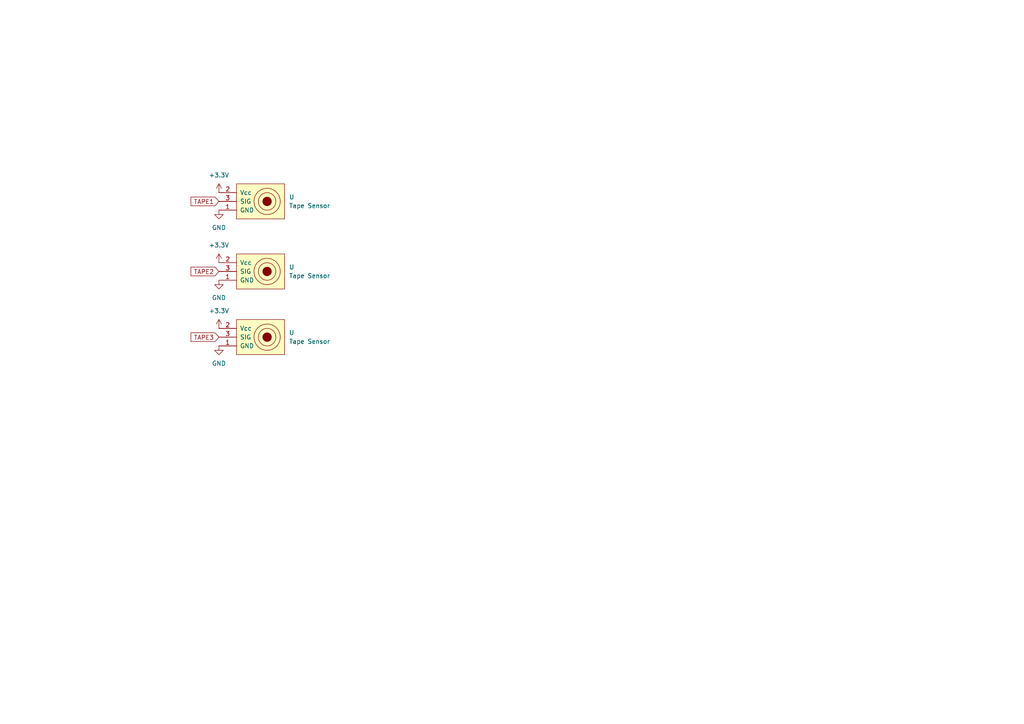
<source format=kicad_sch>
(kicad_sch (version 20250114) (generator "eeschema") (generator_version "9.0")
  (paper "A4")
  (lib_symbols
    (symbol "ME218_BaseLib:SW_CapTouch" (pin_names (offset 1.016))
      (property "Reference" "U" (at -3.81 6.35 0))
      (property "Value" "SW_CapTouch" (at 2.54 -6.35 0))
      (symbol "SW_CapTouch_0_1"
        (rectangle (start -5.08 5.08) (end 8.89 -5.08) (fill (type background)))
        (circle (center 3.81 0) (radius 1.27) (fill (type outline)))
        (circle (center 3.81 0) (radius 2.54))
        (circle (center 3.81 0) (radius 3.81))
      )
      (symbol "SW_CapTouch_1_1"
        (pin power_in line (at -10.16 2.54 0) (length 5.08) (name "Vcc") (number "2"))
        (pin output line (at -10.16 0 0) (length 5.08) (name "SIG") (number "3"))
        (pin power_in line (at -10.16 -2.54 0) (length 5.08) (name "GND") (number "1"))
      )
    )
    (symbol "power:+3.3V" (power) (pin_names (offset 0))
      (property "Value" "+3.3V" (at 0 3.556 0))
      (symbol "+3.3V_0_1"
        (polyline (pts (xy -0.762 1.27) (xy 0 2.54)))
        (polyline (pts (xy 0 2.54) (xy 0.762 1.27)))
        (polyline (pts (xy 0 0) (xy 0 2.54)))
      )
      (symbol "+3.3V_1_1"
        (pin power_in line (at 0 0 90) (length 0) (hide yes) (name "+3.3V") (number "1"))
      )
    )
    (symbol "power:GND" (power) (pin_names (offset 0))
      (property "Value" "GND" (at 0 -3.81 0))
      (symbol "GND_0_1"
        (polyline (pts (xy 0 0) (xy 0 -1.27) (xy 1.27 -1.27) (xy 0 -2.54) (xy -1.27 -1.27) (xy 0 -1.27)))
      )
      (symbol "GND_1_1"
        (pin power_in line (at 0 0 270) (length 0) (hide yes) (name "GND") (number "1"))
      )
    )
  )
  (global_label "TAPE3" (shape input) (at 63.5 97.79 180) (property "Intersheetrefs" "${INTERSHEET_REFS}" (effects (hide yes))))
  (global_label "TAPE1" (shape input) (at 63.5 58.42 180) (property "Intersheetrefs" "${INTERSHEET_REFS}" (effects (hide yes))))
  (global_label "TAPE2" (shape input) (at 63.5 78.74 180) (property "Intersheetrefs" "${INTERSHEET_REFS}" (effects (hide yes))))
  (symbol (lib_id "power:+3.3V") (at 63.5 76.2 0) (unit 1)
    (property "Reference" "#PWR?" (effects (hide yes)))
    (property "Value" "+3.3V" (at 63.5 71.12 0))
  )
  (symbol (lib_id "power:GND") (at 63.5 60.96 0) (unit 1)
    (property "Reference" "#PWR?" (effects (hide yes)))
    (property "Value" "GND" (at 63.5 66.04 0))
  )
  (symbol (lib_id "ME218_BaseLib:SW_CapTouch") (at 73.66 97.79 0) (unit 1)
    (property "Reference" "U" (at 83.82 96.5199 0) (effects (justify left)))
    (property "Value" "Tape Sensor" (at 83.82 99.0599 0) (effects (justify left)))
  )
  (symbol (lib_id "ME218_BaseLib:SW_CapTouch") (at 73.66 58.42 0) (unit 1)
    (property "Reference" "U" (at 83.82 57.1499 0) (effects (justify left)))
    (property "Value" "Tape Sensor" (at 83.82 59.6899 0) (effects (justify left)))
  )
  (symbol (lib_id "power:GND") (at 63.5 100.33 0) (unit 1)
    (property "Reference" "#PWR?" (effects (hide yes)))
    (property "Value" "GND" (at 63.5 105.41 0))
  )
  (symbol (lib_id "power:+3.3V") (at 63.5 95.25 0) (unit 1)
    (property "Reference" "#PWR?" (effects (hide yes)))
    (property "Value" "+3.3V" (at 63.5 90.17 0))
  )
  (symbol (lib_id "power:+3.3V") (at 63.5 55.88 0) (unit 1)
    (property "Reference" "#PWR?" (effects (hide yes)))
    (property "Value" "+3.3V" (at 63.5 50.8 0))
  )
  (symbol (lib_id "ME218_BaseLib:SW_CapTouch") (at 73.66 78.74 0) (unit 1)
    (property "Reference" "U" (at 83.82 77.4699 0) (effects (justify left)))
    (property "Value" "Tape Sensor" (at 83.82 80.0099 0) (effects (justify left)))
  )
  (symbol (lib_id "power:GND") (at 63.5 81.28 0) (unit 1)
    (property "Reference" "#PWR?" (effects (hide yes)))
    (property "Value" "GND" (at 63.5 86.36 0))
  )
)
</source>
